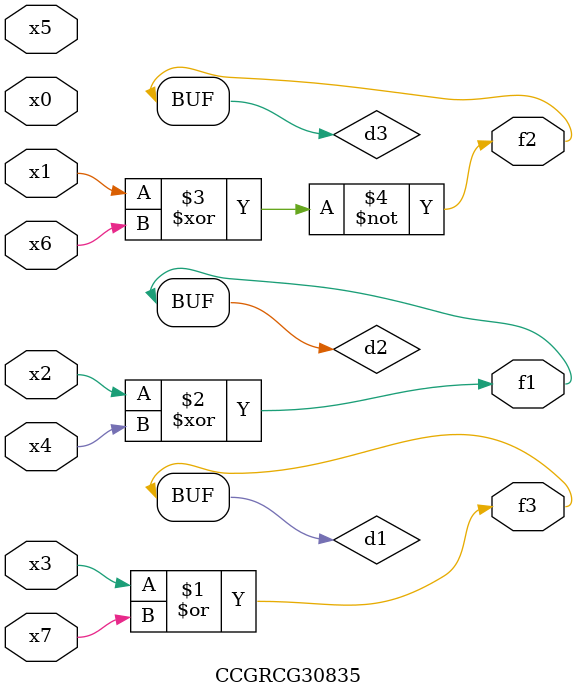
<source format=v>
module CCGRCG30835(
	input x0, x1, x2, x3, x4, x5, x6, x7,
	output f1, f2, f3
);

	wire d1, d2, d3;

	or (d1, x3, x7);
	xor (d2, x2, x4);
	xnor (d3, x1, x6);
	assign f1 = d2;
	assign f2 = d3;
	assign f3 = d1;
endmodule

</source>
